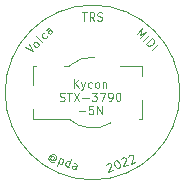
<source format=gbr>
G04 #@! TF.GenerationSoftware,KiCad,Pcbnew,(6.0.7-1)-1*
G04 #@! TF.CreationDate,2022-08-21T00:27:36+09:30*
G04 #@! TF.ProjectId,volca-trs,766f6c63-612d-4747-9273-2e6b69636164,rev?*
G04 #@! TF.SameCoordinates,Original*
G04 #@! TF.FileFunction,Legend,Top*
G04 #@! TF.FilePolarity,Positive*
%FSLAX46Y46*%
G04 Gerber Fmt 4.6, Leading zero omitted, Abs format (unit mm)*
G04 Created by KiCad (PCBNEW (6.0.7-1)-1) date 2022-08-21 00:27:36*
%MOMM*%
%LPD*%
G01*
G04 APERTURE LIST*
%ADD10C,0.100000*%
%ADD11C,0.120000*%
G04 APERTURE END LIST*
D10*
X39116666Y-33216666D02*
X39516666Y-33216666D01*
X39316666Y-33916666D02*
X39316666Y-33216666D01*
X40150000Y-33916666D02*
X39916666Y-33583333D01*
X39750000Y-33916666D02*
X39750000Y-33216666D01*
X40016666Y-33216666D01*
X40083333Y-33250000D01*
X40116666Y-33283333D01*
X40150000Y-33350000D01*
X40150000Y-33450000D01*
X40116666Y-33516666D01*
X40083333Y-33550000D01*
X40016666Y-33583333D01*
X39750000Y-33583333D01*
X40416666Y-33883333D02*
X40516666Y-33916666D01*
X40683333Y-33916666D01*
X40750000Y-33883333D01*
X40783333Y-33850000D01*
X40816666Y-33783333D01*
X40816666Y-33716666D01*
X40783333Y-33650000D01*
X40750000Y-33616666D01*
X40683333Y-33583333D01*
X40550000Y-33550000D01*
X40483333Y-33516666D01*
X40450000Y-33483333D01*
X40416666Y-33416666D01*
X40416666Y-33350000D01*
X40450000Y-33283333D01*
X40483333Y-33250000D01*
X40550000Y-33216666D01*
X40716666Y-33216666D01*
X40816666Y-33250000D01*
X38416666Y-39589666D02*
X38416666Y-38889666D01*
X38816666Y-39589666D02*
X38516666Y-39189666D01*
X38816666Y-38889666D02*
X38416666Y-39289666D01*
X39050000Y-39123000D02*
X39216666Y-39589666D01*
X39383333Y-39123000D02*
X39216666Y-39589666D01*
X39150000Y-39756333D01*
X39116666Y-39789666D01*
X39050000Y-39823000D01*
X39950000Y-39556333D02*
X39883333Y-39589666D01*
X39750000Y-39589666D01*
X39683333Y-39556333D01*
X39650000Y-39523000D01*
X39616666Y-39456333D01*
X39616666Y-39256333D01*
X39650000Y-39189666D01*
X39683333Y-39156333D01*
X39750000Y-39123000D01*
X39883333Y-39123000D01*
X39950000Y-39156333D01*
X40350000Y-39589666D02*
X40283333Y-39556333D01*
X40250000Y-39523000D01*
X40216666Y-39456333D01*
X40216666Y-39256333D01*
X40250000Y-39189666D01*
X40283333Y-39156333D01*
X40350000Y-39123000D01*
X40450000Y-39123000D01*
X40516666Y-39156333D01*
X40550000Y-39189666D01*
X40583333Y-39256333D01*
X40583333Y-39456333D01*
X40550000Y-39523000D01*
X40516666Y-39556333D01*
X40450000Y-39589666D01*
X40350000Y-39589666D01*
X40883333Y-39123000D02*
X40883333Y-39589666D01*
X40883333Y-39189666D02*
X40916666Y-39156333D01*
X40983333Y-39123000D01*
X41083333Y-39123000D01*
X41150000Y-39156333D01*
X41183333Y-39223000D01*
X41183333Y-39589666D01*
X37233333Y-40683333D02*
X37333333Y-40716666D01*
X37500000Y-40716666D01*
X37566666Y-40683333D01*
X37600000Y-40650000D01*
X37633333Y-40583333D01*
X37633333Y-40516666D01*
X37600000Y-40450000D01*
X37566666Y-40416666D01*
X37500000Y-40383333D01*
X37366666Y-40350000D01*
X37300000Y-40316666D01*
X37266666Y-40283333D01*
X37233333Y-40216666D01*
X37233333Y-40150000D01*
X37266666Y-40083333D01*
X37300000Y-40050000D01*
X37366666Y-40016666D01*
X37533333Y-40016666D01*
X37633333Y-40050000D01*
X37833333Y-40016666D02*
X38233333Y-40016666D01*
X38033333Y-40716666D02*
X38033333Y-40016666D01*
X38400000Y-40016666D02*
X38866666Y-40716666D01*
X38866666Y-40016666D02*
X38400000Y-40716666D01*
X39133333Y-40450000D02*
X39666666Y-40450000D01*
X39933333Y-40016666D02*
X40366666Y-40016666D01*
X40133333Y-40283333D01*
X40233333Y-40283333D01*
X40300000Y-40316666D01*
X40333333Y-40350000D01*
X40366666Y-40416666D01*
X40366666Y-40583333D01*
X40333333Y-40650000D01*
X40300000Y-40683333D01*
X40233333Y-40716666D01*
X40033333Y-40716666D01*
X39966666Y-40683333D01*
X39933333Y-40650000D01*
X40600000Y-40016666D02*
X41066666Y-40016666D01*
X40766666Y-40716666D01*
X41366666Y-40716666D02*
X41500000Y-40716666D01*
X41566666Y-40683333D01*
X41600000Y-40650000D01*
X41666666Y-40550000D01*
X41700000Y-40416666D01*
X41700000Y-40150000D01*
X41666666Y-40083333D01*
X41633333Y-40050000D01*
X41566666Y-40016666D01*
X41433333Y-40016666D01*
X41366666Y-40050000D01*
X41333333Y-40083333D01*
X41300000Y-40150000D01*
X41300000Y-40316666D01*
X41333333Y-40383333D01*
X41366666Y-40416666D01*
X41433333Y-40450000D01*
X41566666Y-40450000D01*
X41633333Y-40416666D01*
X41666666Y-40383333D01*
X41700000Y-40316666D01*
X42133333Y-40016666D02*
X42200000Y-40016666D01*
X42266666Y-40050000D01*
X42300000Y-40083333D01*
X42333333Y-40150000D01*
X42366666Y-40283333D01*
X42366666Y-40450000D01*
X42333333Y-40583333D01*
X42300000Y-40650000D01*
X42266666Y-40683333D01*
X42200000Y-40716666D01*
X42133333Y-40716666D01*
X42066666Y-40683333D01*
X42033333Y-40650000D01*
X42000000Y-40583333D01*
X41966666Y-40450000D01*
X41966666Y-40283333D01*
X42000000Y-40150000D01*
X42033333Y-40083333D01*
X42066666Y-40050000D01*
X42133333Y-40016666D01*
X38833333Y-41577000D02*
X39366666Y-41577000D01*
X40033333Y-41143666D02*
X39700000Y-41143666D01*
X39666666Y-41477000D01*
X39700000Y-41443666D01*
X39766666Y-41410333D01*
X39933333Y-41410333D01*
X40000000Y-41443666D01*
X40033333Y-41477000D01*
X40066666Y-41543666D01*
X40066666Y-41710333D01*
X40033333Y-41777000D01*
X40000000Y-41810333D01*
X39933333Y-41843666D01*
X39766666Y-41843666D01*
X39700000Y-41810333D01*
X39666666Y-41777000D01*
X40366666Y-41843666D02*
X40366666Y-41143666D01*
X40766666Y-41843666D01*
X40766666Y-41143666D01*
X36753946Y-45510722D02*
X36734023Y-45467998D01*
X36682778Y-45413874D01*
X36620132Y-45391072D01*
X36546085Y-45399594D01*
X36503361Y-45419516D01*
X36449237Y-45470762D01*
X36426435Y-45533408D01*
X36434957Y-45607455D01*
X36454879Y-45650179D01*
X36506125Y-45704303D01*
X36568771Y-45727105D01*
X36642818Y-45718583D01*
X36685542Y-45698660D01*
X36776747Y-45448076D02*
X36685542Y-45698660D01*
X36705464Y-45741384D01*
X36736787Y-45752785D01*
X36810834Y-45744263D01*
X36864958Y-45693018D01*
X36921962Y-45536402D01*
X36893518Y-45419632D01*
X36822350Y-45322783D01*
X36708458Y-45245858D01*
X36571765Y-45231578D01*
X36454994Y-45260022D01*
X36358146Y-45331190D01*
X36281221Y-45445082D01*
X36266941Y-45581775D01*
X36295385Y-45698545D01*
X36366553Y-45795394D01*
X36480445Y-45872319D01*
X36617138Y-45886599D01*
X36733908Y-45858155D01*
X37238072Y-45545039D02*
X36998658Y-46202824D01*
X37226671Y-45576362D02*
X37300718Y-45567840D01*
X37426010Y-45613443D01*
X37477256Y-45667567D01*
X37497178Y-45710291D01*
X37505700Y-45784338D01*
X37437296Y-45972276D01*
X37383171Y-46023522D01*
X37340448Y-46043444D01*
X37266401Y-46051966D01*
X37141108Y-46006363D01*
X37089863Y-45952239D01*
X37955509Y-46302781D02*
X38194923Y-45644996D01*
X37966909Y-46271458D02*
X37892863Y-46279980D01*
X37767570Y-46234377D01*
X37716325Y-46180252D01*
X37696402Y-46137529D01*
X37687881Y-46063482D01*
X37756285Y-45875543D01*
X37810409Y-45824298D01*
X37853133Y-45804375D01*
X37927180Y-45795854D01*
X38052472Y-45841456D01*
X38103717Y-45895581D01*
X38550647Y-46519394D02*
X38676055Y-46174840D01*
X38667533Y-46100793D01*
X38616287Y-46046668D01*
X38490995Y-46001066D01*
X38416948Y-46009587D01*
X38562048Y-46488071D02*
X38488001Y-46496592D01*
X38331386Y-46439589D01*
X38280140Y-46385465D01*
X38271618Y-46311418D01*
X38294420Y-46248772D01*
X38348544Y-46197526D01*
X38422591Y-46189004D01*
X38579207Y-46246008D01*
X38653253Y-46237486D01*
X34274348Y-36183536D02*
X34934314Y-36513519D01*
X34604331Y-35853553D01*
X35335008Y-36112825D02*
X35264297Y-36136396D01*
X35217157Y-36136396D01*
X35146446Y-36112825D01*
X35005025Y-35971404D01*
X34981455Y-35900693D01*
X34981455Y-35853553D01*
X35005025Y-35782842D01*
X35075735Y-35712132D01*
X35146446Y-35688561D01*
X35193587Y-35688561D01*
X35264297Y-35712132D01*
X35405719Y-35853553D01*
X35429289Y-35924264D01*
X35429289Y-35971404D01*
X35405719Y-36042115D01*
X35335008Y-36112825D01*
X35782842Y-35664991D02*
X35712132Y-35688561D01*
X35641421Y-35664991D01*
X35217157Y-35240727D01*
X36159966Y-35240727D02*
X36136396Y-35311438D01*
X36042115Y-35405719D01*
X35971404Y-35429289D01*
X35924264Y-35429289D01*
X35853553Y-35405719D01*
X35712132Y-35264297D01*
X35688561Y-35193587D01*
X35688561Y-35146446D01*
X35712132Y-35075735D01*
X35806412Y-34981455D01*
X35877123Y-34957884D01*
X36607800Y-34840033D02*
X36348528Y-34580761D01*
X36277817Y-34557190D01*
X36207106Y-34580761D01*
X36112825Y-34675042D01*
X36089255Y-34745752D01*
X36584230Y-34816463D02*
X36560660Y-34887174D01*
X36442809Y-35005025D01*
X36372098Y-35028595D01*
X36301387Y-35005025D01*
X36254247Y-34957884D01*
X36230677Y-34887174D01*
X36254247Y-34816463D01*
X36372098Y-34698612D01*
X36395668Y-34627901D01*
X43727901Y-35075735D02*
X44222876Y-34580761D01*
X44034314Y-35099306D01*
X44552859Y-34910744D01*
X44057884Y-35405719D01*
X44293587Y-35641421D02*
X44788561Y-35146446D01*
X44529289Y-35877123D02*
X45024264Y-35382148D01*
X45142115Y-35499999D01*
X45189255Y-35594280D01*
X45189255Y-35688561D01*
X45165685Y-35759272D01*
X45094974Y-35877123D01*
X45024264Y-35947834D01*
X44906412Y-36018544D01*
X44835702Y-36042115D01*
X44741421Y-36042115D01*
X44647140Y-35994974D01*
X44529289Y-35877123D01*
X45024264Y-36372098D02*
X45519238Y-35877123D01*
X41164062Y-46112854D02*
X41183984Y-46070131D01*
X41235230Y-46016006D01*
X41391845Y-45959003D01*
X41465892Y-45967525D01*
X41508616Y-45987447D01*
X41562740Y-46038692D01*
X41585542Y-46101339D01*
X41588421Y-46206709D01*
X41349352Y-46719394D01*
X41756552Y-46571185D01*
X41924338Y-45765191D02*
X41986984Y-45742390D01*
X42061031Y-45750912D01*
X42103755Y-45770834D01*
X42157879Y-45822080D01*
X42234805Y-45935971D01*
X42291808Y-46092587D01*
X42306088Y-46229280D01*
X42297566Y-46303327D01*
X42277644Y-46346050D01*
X42226398Y-46400175D01*
X42163752Y-46422976D01*
X42089705Y-46414454D01*
X42046981Y-46394532D01*
X41992857Y-46343287D01*
X41915931Y-46229395D01*
X41858928Y-46072779D01*
X41844648Y-45936086D01*
X41853170Y-45862040D01*
X41873092Y-45819316D01*
X41924338Y-45765191D01*
X42416985Y-45656827D02*
X42436908Y-45614104D01*
X42488153Y-45559979D01*
X42644769Y-45502976D01*
X42718816Y-45511498D01*
X42761539Y-45531420D01*
X42815664Y-45582666D01*
X42838465Y-45645312D01*
X42841344Y-45750682D01*
X42602275Y-46263367D01*
X43009475Y-46115158D01*
X43043447Y-45428814D02*
X43063370Y-45386090D01*
X43114615Y-45331966D01*
X43271231Y-45274963D01*
X43345277Y-45283484D01*
X43388001Y-45303407D01*
X43442126Y-45354652D01*
X43464927Y-45417298D01*
X43467806Y-45522668D01*
X43228737Y-46035353D01*
X43635937Y-45887145D01*
D11*
X47400000Y-40000000D02*
G75*
G03*
X47400000Y-40000000I-7400000J0D01*
G01*
X44200000Y-40600000D02*
X44200000Y-42250000D01*
X35000000Y-39400000D02*
X35000000Y-37750000D01*
X44200000Y-38600000D02*
X44200000Y-37750000D01*
X44200000Y-37750000D02*
X42300000Y-37750000D01*
X44200000Y-42250000D02*
X43900000Y-42250000D01*
X35000000Y-42250000D02*
X35000000Y-41400000D01*
X38000000Y-37750000D02*
X37600000Y-37750000D01*
X35000000Y-42250000D02*
X38000000Y-42250000D01*
X35000000Y-37750000D02*
X35200000Y-37750000D01*
X40200634Y-37006769D02*
G75*
G03*
X38015601Y-37750144I-200635J-2993231D01*
G01*
X38000000Y-42250000D02*
G75*
G03*
X41577742Y-42563830I1999999J2250000D01*
G01*
M02*

</source>
